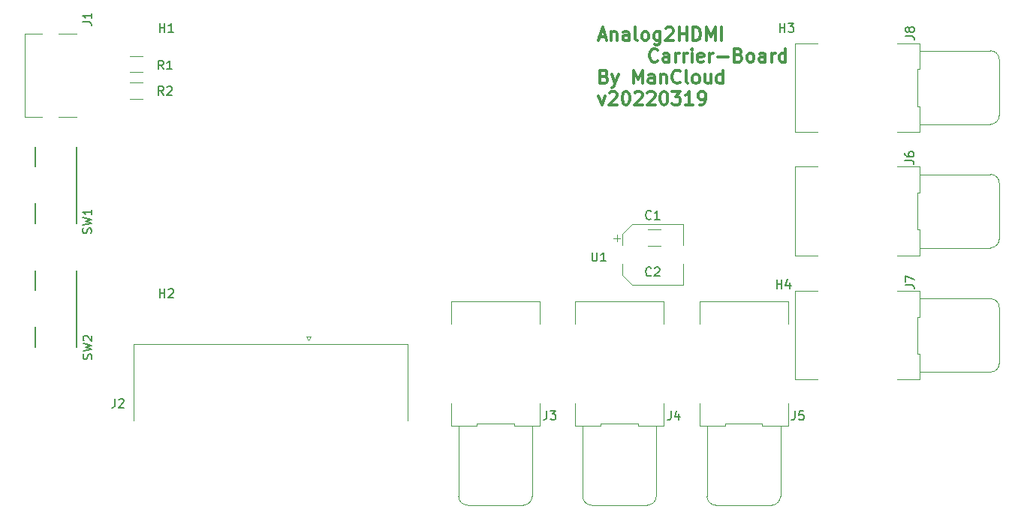
<source format=gbr>
%TF.GenerationSoftware,KiCad,Pcbnew,(6.0.7)*%
%TF.CreationDate,2022-09-12T19:31:41+02:00*%
%TF.ProjectId,Analog2HDMI,416e616c-6f67-4324-9844-4d492e6b6963,rev?*%
%TF.SameCoordinates,Original*%
%TF.FileFunction,Legend,Top*%
%TF.FilePolarity,Positive*%
%FSLAX46Y46*%
G04 Gerber Fmt 4.6, Leading zero omitted, Abs format (unit mm)*
G04 Created by KiCad (PCBNEW (6.0.7)) date 2022-09-12 19:31:41*
%MOMM*%
%LPD*%
G01*
G04 APERTURE LIST*
%ADD10C,0.300000*%
%ADD11C,0.150000*%
%ADD12C,0.120000*%
G04 APERTURE END LIST*
D10*
X163891963Y-56106728D02*
X164606249Y-56106728D01*
X163749106Y-56535299D02*
X164249106Y-55035299D01*
X164749106Y-56535299D01*
X165249106Y-55535299D02*
X165249106Y-56535299D01*
X165249106Y-55678156D02*
X165320534Y-55606728D01*
X165463391Y-55535299D01*
X165677677Y-55535299D01*
X165820534Y-55606728D01*
X165891963Y-55749585D01*
X165891963Y-56535299D01*
X167249106Y-56535299D02*
X167249106Y-55749585D01*
X167177677Y-55606728D01*
X167034820Y-55535299D01*
X166749106Y-55535299D01*
X166606249Y-55606728D01*
X167249106Y-56463870D02*
X167106249Y-56535299D01*
X166749106Y-56535299D01*
X166606249Y-56463870D01*
X166534820Y-56321013D01*
X166534820Y-56178156D01*
X166606249Y-56035299D01*
X166749106Y-55963870D01*
X167106249Y-55963870D01*
X167249106Y-55892442D01*
X168177677Y-56535299D02*
X168034820Y-56463870D01*
X167963391Y-56321013D01*
X167963391Y-55035299D01*
X168963391Y-56535299D02*
X168820534Y-56463870D01*
X168749106Y-56392442D01*
X168677677Y-56249585D01*
X168677677Y-55821013D01*
X168749106Y-55678156D01*
X168820534Y-55606728D01*
X168963391Y-55535299D01*
X169177677Y-55535299D01*
X169320534Y-55606728D01*
X169391963Y-55678156D01*
X169463391Y-55821013D01*
X169463391Y-56249585D01*
X169391963Y-56392442D01*
X169320534Y-56463870D01*
X169177677Y-56535299D01*
X168963391Y-56535299D01*
X170749106Y-55535299D02*
X170749106Y-56749585D01*
X170677677Y-56892442D01*
X170606249Y-56963870D01*
X170463391Y-57035299D01*
X170249106Y-57035299D01*
X170106249Y-56963870D01*
X170749106Y-56463870D02*
X170606249Y-56535299D01*
X170320534Y-56535299D01*
X170177677Y-56463870D01*
X170106249Y-56392442D01*
X170034820Y-56249585D01*
X170034820Y-55821013D01*
X170106249Y-55678156D01*
X170177677Y-55606728D01*
X170320534Y-55535299D01*
X170606249Y-55535299D01*
X170749106Y-55606728D01*
X171391963Y-55178156D02*
X171463391Y-55106728D01*
X171606249Y-55035299D01*
X171963391Y-55035299D01*
X172106249Y-55106728D01*
X172177677Y-55178156D01*
X172249106Y-55321013D01*
X172249106Y-55463870D01*
X172177677Y-55678156D01*
X171320534Y-56535299D01*
X172249106Y-56535299D01*
X172891963Y-56535299D02*
X172891963Y-55035299D01*
X172891963Y-55749585D02*
X173749106Y-55749585D01*
X173749106Y-56535299D02*
X173749106Y-55035299D01*
X174463391Y-56535299D02*
X174463391Y-55035299D01*
X174820534Y-55035299D01*
X175034820Y-55106728D01*
X175177677Y-55249585D01*
X175249106Y-55392442D01*
X175320534Y-55678156D01*
X175320534Y-55892442D01*
X175249106Y-56178156D01*
X175177677Y-56321013D01*
X175034820Y-56463870D01*
X174820534Y-56535299D01*
X174463391Y-56535299D01*
X175963391Y-56535299D02*
X175963391Y-55035299D01*
X176463391Y-56106728D01*
X176963391Y-55035299D01*
X176963391Y-56535299D01*
X177677677Y-56535299D02*
X177677677Y-55035299D01*
X170463391Y-58807442D02*
X170391963Y-58878870D01*
X170177677Y-58950299D01*
X170034820Y-58950299D01*
X169820534Y-58878870D01*
X169677677Y-58736013D01*
X169606249Y-58593156D01*
X169534820Y-58307442D01*
X169534820Y-58093156D01*
X169606249Y-57807442D01*
X169677677Y-57664585D01*
X169820534Y-57521728D01*
X170034820Y-57450299D01*
X170177677Y-57450299D01*
X170391963Y-57521728D01*
X170463391Y-57593156D01*
X171749106Y-58950299D02*
X171749106Y-58164585D01*
X171677677Y-58021728D01*
X171534820Y-57950299D01*
X171249106Y-57950299D01*
X171106249Y-58021728D01*
X171749106Y-58878870D02*
X171606249Y-58950299D01*
X171249106Y-58950299D01*
X171106249Y-58878870D01*
X171034820Y-58736013D01*
X171034820Y-58593156D01*
X171106249Y-58450299D01*
X171249106Y-58378870D01*
X171606249Y-58378870D01*
X171749106Y-58307442D01*
X172463391Y-58950299D02*
X172463391Y-57950299D01*
X172463391Y-58236013D02*
X172534820Y-58093156D01*
X172606249Y-58021728D01*
X172749106Y-57950299D01*
X172891963Y-57950299D01*
X173391963Y-58950299D02*
X173391963Y-57950299D01*
X173391963Y-58236013D02*
X173463391Y-58093156D01*
X173534820Y-58021728D01*
X173677677Y-57950299D01*
X173820534Y-57950299D01*
X174320534Y-58950299D02*
X174320534Y-57950299D01*
X174320534Y-57450299D02*
X174249106Y-57521728D01*
X174320534Y-57593156D01*
X174391963Y-57521728D01*
X174320534Y-57450299D01*
X174320534Y-57593156D01*
X175606249Y-58878870D02*
X175463391Y-58950299D01*
X175177677Y-58950299D01*
X175034820Y-58878870D01*
X174963391Y-58736013D01*
X174963391Y-58164585D01*
X175034820Y-58021728D01*
X175177677Y-57950299D01*
X175463391Y-57950299D01*
X175606249Y-58021728D01*
X175677677Y-58164585D01*
X175677677Y-58307442D01*
X174963391Y-58450299D01*
X176320534Y-58950299D02*
X176320534Y-57950299D01*
X176320534Y-58236013D02*
X176391963Y-58093156D01*
X176463391Y-58021728D01*
X176606249Y-57950299D01*
X176749106Y-57950299D01*
X177249106Y-58378870D02*
X178391963Y-58378870D01*
X179606249Y-58164585D02*
X179820534Y-58236013D01*
X179891963Y-58307442D01*
X179963391Y-58450299D01*
X179963391Y-58664585D01*
X179891963Y-58807442D01*
X179820534Y-58878870D01*
X179677677Y-58950299D01*
X179106249Y-58950299D01*
X179106249Y-57450299D01*
X179606249Y-57450299D01*
X179749106Y-57521728D01*
X179820534Y-57593156D01*
X179891963Y-57736013D01*
X179891963Y-57878870D01*
X179820534Y-58021728D01*
X179749106Y-58093156D01*
X179606249Y-58164585D01*
X179106249Y-58164585D01*
X180820534Y-58950299D02*
X180677677Y-58878870D01*
X180606249Y-58807442D01*
X180534820Y-58664585D01*
X180534820Y-58236013D01*
X180606249Y-58093156D01*
X180677677Y-58021728D01*
X180820534Y-57950299D01*
X181034820Y-57950299D01*
X181177677Y-58021728D01*
X181249106Y-58093156D01*
X181320534Y-58236013D01*
X181320534Y-58664585D01*
X181249106Y-58807442D01*
X181177677Y-58878870D01*
X181034820Y-58950299D01*
X180820534Y-58950299D01*
X182606249Y-58950299D02*
X182606249Y-58164585D01*
X182534820Y-58021728D01*
X182391963Y-57950299D01*
X182106249Y-57950299D01*
X181963391Y-58021728D01*
X182606249Y-58878870D02*
X182463391Y-58950299D01*
X182106249Y-58950299D01*
X181963391Y-58878870D01*
X181891963Y-58736013D01*
X181891963Y-58593156D01*
X181963391Y-58450299D01*
X182106249Y-58378870D01*
X182463391Y-58378870D01*
X182606249Y-58307442D01*
X183320534Y-58950299D02*
X183320534Y-57950299D01*
X183320534Y-58236013D02*
X183391963Y-58093156D01*
X183463391Y-58021728D01*
X183606249Y-57950299D01*
X183749106Y-57950299D01*
X184891963Y-58950299D02*
X184891963Y-57450299D01*
X184891963Y-58878870D02*
X184749106Y-58950299D01*
X184463391Y-58950299D01*
X184320534Y-58878870D01*
X184249106Y-58807442D01*
X184177677Y-58664585D01*
X184177677Y-58236013D01*
X184249106Y-58093156D01*
X184320534Y-58021728D01*
X184463391Y-57950299D01*
X184749106Y-57950299D01*
X184891963Y-58021728D01*
X164463391Y-60579585D02*
X164677677Y-60651013D01*
X164749106Y-60722442D01*
X164820534Y-60865299D01*
X164820534Y-61079585D01*
X164749106Y-61222442D01*
X164677677Y-61293870D01*
X164534820Y-61365299D01*
X163963391Y-61365299D01*
X163963391Y-59865299D01*
X164463391Y-59865299D01*
X164606249Y-59936728D01*
X164677677Y-60008156D01*
X164749106Y-60151013D01*
X164749106Y-60293870D01*
X164677677Y-60436728D01*
X164606249Y-60508156D01*
X164463391Y-60579585D01*
X163963391Y-60579585D01*
X165320534Y-60365299D02*
X165677677Y-61365299D01*
X166034820Y-60365299D02*
X165677677Y-61365299D01*
X165534820Y-61722442D01*
X165463391Y-61793870D01*
X165320534Y-61865299D01*
X167749106Y-61365299D02*
X167749106Y-59865299D01*
X168249106Y-60936728D01*
X168749106Y-59865299D01*
X168749106Y-61365299D01*
X170106249Y-61365299D02*
X170106249Y-60579585D01*
X170034820Y-60436728D01*
X169891963Y-60365299D01*
X169606249Y-60365299D01*
X169463391Y-60436728D01*
X170106249Y-61293870D02*
X169963391Y-61365299D01*
X169606249Y-61365299D01*
X169463391Y-61293870D01*
X169391963Y-61151013D01*
X169391963Y-61008156D01*
X169463391Y-60865299D01*
X169606249Y-60793870D01*
X169963391Y-60793870D01*
X170106249Y-60722442D01*
X170820534Y-60365299D02*
X170820534Y-61365299D01*
X170820534Y-60508156D02*
X170891963Y-60436728D01*
X171034820Y-60365299D01*
X171249106Y-60365299D01*
X171391963Y-60436728D01*
X171463391Y-60579585D01*
X171463391Y-61365299D01*
X173034820Y-61222442D02*
X172963391Y-61293870D01*
X172749106Y-61365299D01*
X172606249Y-61365299D01*
X172391963Y-61293870D01*
X172249106Y-61151013D01*
X172177677Y-61008156D01*
X172106249Y-60722442D01*
X172106249Y-60508156D01*
X172177677Y-60222442D01*
X172249106Y-60079585D01*
X172391963Y-59936728D01*
X172606249Y-59865299D01*
X172749106Y-59865299D01*
X172963391Y-59936728D01*
X173034820Y-60008156D01*
X173891963Y-61365299D02*
X173749106Y-61293870D01*
X173677677Y-61151013D01*
X173677677Y-59865299D01*
X174677677Y-61365299D02*
X174534820Y-61293870D01*
X174463391Y-61222442D01*
X174391963Y-61079585D01*
X174391963Y-60651013D01*
X174463391Y-60508156D01*
X174534820Y-60436728D01*
X174677677Y-60365299D01*
X174891963Y-60365299D01*
X175034820Y-60436728D01*
X175106249Y-60508156D01*
X175177677Y-60651013D01*
X175177677Y-61079585D01*
X175106249Y-61222442D01*
X175034820Y-61293870D01*
X174891963Y-61365299D01*
X174677677Y-61365299D01*
X176463391Y-60365299D02*
X176463391Y-61365299D01*
X175820534Y-60365299D02*
X175820534Y-61151013D01*
X175891963Y-61293870D01*
X176034820Y-61365299D01*
X176249106Y-61365299D01*
X176391963Y-61293870D01*
X176463391Y-61222442D01*
X177820534Y-61365299D02*
X177820534Y-59865299D01*
X177820534Y-61293870D02*
X177677677Y-61365299D01*
X177391963Y-61365299D01*
X177249106Y-61293870D01*
X177177677Y-61222442D01*
X177106249Y-61079585D01*
X177106249Y-60651013D01*
X177177677Y-60508156D01*
X177249106Y-60436728D01*
X177391963Y-60365299D01*
X177677677Y-60365299D01*
X177820534Y-60436728D01*
X163820534Y-62780299D02*
X164177677Y-63780299D01*
X164534820Y-62780299D01*
X165034820Y-62423156D02*
X165106249Y-62351728D01*
X165249106Y-62280299D01*
X165606249Y-62280299D01*
X165749106Y-62351728D01*
X165820534Y-62423156D01*
X165891963Y-62566013D01*
X165891963Y-62708870D01*
X165820534Y-62923156D01*
X164963391Y-63780299D01*
X165891963Y-63780299D01*
X166820534Y-62280299D02*
X166963391Y-62280299D01*
X167106249Y-62351728D01*
X167177677Y-62423156D01*
X167249106Y-62566013D01*
X167320534Y-62851728D01*
X167320534Y-63208870D01*
X167249106Y-63494585D01*
X167177677Y-63637442D01*
X167106249Y-63708870D01*
X166963391Y-63780299D01*
X166820534Y-63780299D01*
X166677677Y-63708870D01*
X166606249Y-63637442D01*
X166534820Y-63494585D01*
X166463391Y-63208870D01*
X166463391Y-62851728D01*
X166534820Y-62566013D01*
X166606249Y-62423156D01*
X166677677Y-62351728D01*
X166820534Y-62280299D01*
X167891963Y-62423156D02*
X167963391Y-62351728D01*
X168106249Y-62280299D01*
X168463391Y-62280299D01*
X168606249Y-62351728D01*
X168677677Y-62423156D01*
X168749106Y-62566013D01*
X168749106Y-62708870D01*
X168677677Y-62923156D01*
X167820534Y-63780299D01*
X168749106Y-63780299D01*
X169320534Y-62423156D02*
X169391963Y-62351728D01*
X169534820Y-62280299D01*
X169891963Y-62280299D01*
X170034820Y-62351728D01*
X170106249Y-62423156D01*
X170177677Y-62566013D01*
X170177677Y-62708870D01*
X170106249Y-62923156D01*
X169249106Y-63780299D01*
X170177677Y-63780299D01*
X171106249Y-62280299D02*
X171249106Y-62280299D01*
X171391963Y-62351728D01*
X171463391Y-62423156D01*
X171534820Y-62566013D01*
X171606249Y-62851728D01*
X171606249Y-63208870D01*
X171534820Y-63494585D01*
X171463391Y-63637442D01*
X171391963Y-63708870D01*
X171249106Y-63780299D01*
X171106249Y-63780299D01*
X170963391Y-63708870D01*
X170891963Y-63637442D01*
X170820534Y-63494585D01*
X170749106Y-63208870D01*
X170749106Y-62851728D01*
X170820534Y-62566013D01*
X170891963Y-62423156D01*
X170963391Y-62351728D01*
X171106249Y-62280299D01*
X172106249Y-62280299D02*
X173034820Y-62280299D01*
X172534820Y-62851728D01*
X172749106Y-62851728D01*
X172891963Y-62923156D01*
X172963391Y-62994585D01*
X173034820Y-63137442D01*
X173034820Y-63494585D01*
X172963391Y-63637442D01*
X172891963Y-63708870D01*
X172749106Y-63780299D01*
X172320534Y-63780299D01*
X172177677Y-63708870D01*
X172106249Y-63637442D01*
X174463391Y-63780299D02*
X173606249Y-63780299D01*
X174034820Y-63780299D02*
X174034820Y-62280299D01*
X173891963Y-62494585D01*
X173749106Y-62637442D01*
X173606249Y-62708870D01*
X175177677Y-63780299D02*
X175463391Y-63780299D01*
X175606249Y-63708870D01*
X175677677Y-63637442D01*
X175820534Y-63423156D01*
X175891963Y-63137442D01*
X175891963Y-62566013D01*
X175820534Y-62423156D01*
X175749106Y-62351728D01*
X175606249Y-62280299D01*
X175320534Y-62280299D01*
X175177677Y-62351728D01*
X175106249Y-62423156D01*
X175034820Y-62566013D01*
X175034820Y-62923156D01*
X175106249Y-63066013D01*
X175177677Y-63137442D01*
X175320534Y-63208870D01*
X175606249Y-63208870D01*
X175749106Y-63137442D01*
X175820534Y-63066013D01*
X175891963Y-62923156D01*
D11*
%TO.C,J1*%
X105624380Y-54435333D02*
X106338666Y-54435333D01*
X106481523Y-54482952D01*
X106576761Y-54578190D01*
X106624380Y-54721047D01*
X106624380Y-54816285D01*
X106624380Y-53435333D02*
X106624380Y-54006761D01*
X106624380Y-53721047D02*
X105624380Y-53721047D01*
X105767238Y-53816285D01*
X105862476Y-53911523D01*
X105910095Y-54006761D01*
%TO.C,SW1*%
X106576761Y-78295333D02*
X106624380Y-78152476D01*
X106624380Y-77914380D01*
X106576761Y-77819142D01*
X106529142Y-77771523D01*
X106433904Y-77723904D01*
X106338666Y-77723904D01*
X106243428Y-77771523D01*
X106195809Y-77819142D01*
X106148190Y-77914380D01*
X106100571Y-78104857D01*
X106052952Y-78200095D01*
X106005333Y-78247714D01*
X105910095Y-78295333D01*
X105814857Y-78295333D01*
X105719619Y-78247714D01*
X105672000Y-78200095D01*
X105624380Y-78104857D01*
X105624380Y-77866761D01*
X105672000Y-77723904D01*
X105624380Y-77390571D02*
X106624380Y-77152476D01*
X105910095Y-76962000D01*
X106624380Y-76771523D01*
X105624380Y-76533428D01*
X106624380Y-75628666D02*
X106624380Y-76200095D01*
X106624380Y-75914380D02*
X105624380Y-75914380D01*
X105767238Y-76009619D01*
X105862476Y-76104857D01*
X105910095Y-76200095D01*
%TO.C,SW2*%
X106620761Y-92519333D02*
X106668380Y-92376476D01*
X106668380Y-92138380D01*
X106620761Y-92043142D01*
X106573142Y-91995523D01*
X106477904Y-91947904D01*
X106382666Y-91947904D01*
X106287428Y-91995523D01*
X106239809Y-92043142D01*
X106192190Y-92138380D01*
X106144571Y-92328857D01*
X106096952Y-92424095D01*
X106049333Y-92471714D01*
X105954095Y-92519333D01*
X105858857Y-92519333D01*
X105763619Y-92471714D01*
X105716000Y-92424095D01*
X105668380Y-92328857D01*
X105668380Y-92090761D01*
X105716000Y-91947904D01*
X105668380Y-91614571D02*
X106668380Y-91376476D01*
X105954095Y-91186000D01*
X106668380Y-90995523D01*
X105668380Y-90757428D01*
X105763619Y-90424095D02*
X105716000Y-90376476D01*
X105668380Y-90281238D01*
X105668380Y-90043142D01*
X105716000Y-89947904D01*
X105763619Y-89900285D01*
X105858857Y-89852666D01*
X105954095Y-89852666D01*
X106096952Y-89900285D01*
X106668380Y-90471714D01*
X106668380Y-89852666D01*
%TO.C,R1*%
X114752082Y-59771608D02*
X114418749Y-59295418D01*
X114180653Y-59771608D02*
X114180653Y-58771608D01*
X114561606Y-58771608D01*
X114656844Y-58819228D01*
X114704463Y-58866847D01*
X114752082Y-58962085D01*
X114752082Y-59104942D01*
X114704463Y-59200180D01*
X114656844Y-59247799D01*
X114561606Y-59295418D01*
X114180653Y-59295418D01*
X115704463Y-59771608D02*
X115133034Y-59771608D01*
X115418749Y-59771608D02*
X115418749Y-58771608D01*
X115323510Y-58914466D01*
X115228272Y-59009704D01*
X115133034Y-59057323D01*
%TO.C,H4*%
X183899344Y-84521608D02*
X183899344Y-83521608D01*
X183899344Y-83997799D02*
X184470772Y-83997799D01*
X184470772Y-84521608D02*
X184470772Y-83521608D01*
X185375534Y-83854942D02*
X185375534Y-84521608D01*
X185137439Y-83473989D02*
X184899344Y-84188275D01*
X185518391Y-84188275D01*
%TO.C,H3*%
X184238095Y-55570380D02*
X184238095Y-54570380D01*
X184238095Y-55046571D02*
X184809523Y-55046571D01*
X184809523Y-55570380D02*
X184809523Y-54570380D01*
X185190476Y-54570380D02*
X185809523Y-54570380D01*
X185476190Y-54951333D01*
X185619047Y-54951333D01*
X185714285Y-54998952D01*
X185761904Y-55046571D01*
X185809523Y-55141809D01*
X185809523Y-55379904D01*
X185761904Y-55475142D01*
X185714285Y-55522761D01*
X185619047Y-55570380D01*
X185333333Y-55570380D01*
X185238095Y-55522761D01*
X185190476Y-55475142D01*
%TO.C,J6*%
X198363629Y-70087561D02*
X199077915Y-70087561D01*
X199220772Y-70135180D01*
X199316010Y-70230418D01*
X199363629Y-70373275D01*
X199363629Y-70468513D01*
X198363629Y-69182799D02*
X198363629Y-69373275D01*
X198411249Y-69468513D01*
X198458868Y-69516132D01*
X198601725Y-69611370D01*
X198792201Y-69658989D01*
X199173153Y-69658989D01*
X199268391Y-69611370D01*
X199316010Y-69563751D01*
X199363629Y-69468513D01*
X199363629Y-69278037D01*
X199316010Y-69182799D01*
X199268391Y-69135180D01*
X199173153Y-69087561D01*
X198935058Y-69087561D01*
X198839820Y-69135180D01*
X198792201Y-69182799D01*
X198744582Y-69278037D01*
X198744582Y-69468513D01*
X198792201Y-69563751D01*
X198839820Y-69611370D01*
X198935058Y-69658989D01*
%TO.C,J8*%
X198413629Y-56012561D02*
X199127915Y-56012561D01*
X199270772Y-56060180D01*
X199366010Y-56155418D01*
X199413629Y-56298275D01*
X199413629Y-56393513D01*
X198842201Y-55393513D02*
X198794582Y-55488751D01*
X198746963Y-55536370D01*
X198651725Y-55583989D01*
X198604106Y-55583989D01*
X198508868Y-55536370D01*
X198461249Y-55488751D01*
X198413629Y-55393513D01*
X198413629Y-55203037D01*
X198461249Y-55107799D01*
X198508868Y-55060180D01*
X198604106Y-55012561D01*
X198651725Y-55012561D01*
X198746963Y-55060180D01*
X198794582Y-55107799D01*
X198842201Y-55203037D01*
X198842201Y-55393513D01*
X198889820Y-55488751D01*
X198937439Y-55536370D01*
X199032677Y-55583989D01*
X199223153Y-55583989D01*
X199318391Y-55536370D01*
X199366010Y-55488751D01*
X199413629Y-55393513D01*
X199413629Y-55203037D01*
X199366010Y-55107799D01*
X199318391Y-55060180D01*
X199223153Y-55012561D01*
X199032677Y-55012561D01*
X198937439Y-55060180D01*
X198889820Y-55107799D01*
X198842201Y-55203037D01*
%TO.C,J7*%
X198413629Y-84137561D02*
X199127915Y-84137561D01*
X199270772Y-84185180D01*
X199366010Y-84280418D01*
X199413629Y-84423275D01*
X199413629Y-84518513D01*
X198413629Y-83756608D02*
X198413629Y-83089942D01*
X199413629Y-83518513D01*
%TO.C,H1*%
X114300095Y-55570380D02*
X114300095Y-54570380D01*
X114300095Y-55046571D02*
X114871523Y-55046571D01*
X114871523Y-55570380D02*
X114871523Y-54570380D01*
X115871523Y-55570380D02*
X115300095Y-55570380D01*
X115585809Y-55570380D02*
X115585809Y-54570380D01*
X115490571Y-54713238D01*
X115395333Y-54808476D01*
X115300095Y-54856095D01*
%TO.C,H2*%
X114300095Y-85542380D02*
X114300095Y-84542380D01*
X114300095Y-85018571D02*
X114871523Y-85018571D01*
X114871523Y-85542380D02*
X114871523Y-84542380D01*
X115300095Y-84637619D02*
X115347714Y-84590000D01*
X115442952Y-84542380D01*
X115681047Y-84542380D01*
X115776285Y-84590000D01*
X115823904Y-84637619D01*
X115871523Y-84732857D01*
X115871523Y-84828095D01*
X115823904Y-84970952D01*
X115252476Y-85542380D01*
X115871523Y-85542380D01*
%TO.C,J5*%
X185952915Y-98381608D02*
X185952915Y-99095894D01*
X185905296Y-99238751D01*
X185810058Y-99333989D01*
X185667201Y-99381608D01*
X185571963Y-99381608D01*
X186905296Y-98381608D02*
X186429106Y-98381608D01*
X186381487Y-98857799D01*
X186429106Y-98810180D01*
X186524344Y-98762561D01*
X186762439Y-98762561D01*
X186857677Y-98810180D01*
X186905296Y-98857799D01*
X186952915Y-98953037D01*
X186952915Y-99191132D01*
X186905296Y-99286370D01*
X186857677Y-99333989D01*
X186762439Y-99381608D01*
X186524344Y-99381608D01*
X186429106Y-99333989D01*
X186381487Y-99286370D01*
%TO.C,J3*%
X157977915Y-98331608D02*
X157977915Y-99045894D01*
X157930296Y-99188751D01*
X157835058Y-99283989D01*
X157692201Y-99331608D01*
X157596963Y-99331608D01*
X158358868Y-98331608D02*
X158977915Y-98331608D01*
X158644582Y-98712561D01*
X158787439Y-98712561D01*
X158882677Y-98760180D01*
X158930296Y-98807799D01*
X158977915Y-98903037D01*
X158977915Y-99141132D01*
X158930296Y-99236370D01*
X158882677Y-99283989D01*
X158787439Y-99331608D01*
X158501725Y-99331608D01*
X158406487Y-99283989D01*
X158358868Y-99236370D01*
%TO.C,U1*%
X163068095Y-80454380D02*
X163068095Y-81263904D01*
X163115714Y-81359142D01*
X163163333Y-81406761D01*
X163258571Y-81454380D01*
X163449047Y-81454380D01*
X163544285Y-81406761D01*
X163591904Y-81359142D01*
X163639523Y-81263904D01*
X163639523Y-80454380D01*
X164639523Y-81454380D02*
X164068095Y-81454380D01*
X164353809Y-81454380D02*
X164353809Y-80454380D01*
X164258571Y-80597238D01*
X164163333Y-80692476D01*
X164068095Y-80740095D01*
%TO.C,J2*%
X109262616Y-96987385D02*
X109262616Y-97701671D01*
X109214997Y-97844528D01*
X109119759Y-97939766D01*
X108976902Y-97987385D01*
X108881664Y-97987385D01*
X109691188Y-97082624D02*
X109738807Y-97035005D01*
X109834045Y-96987385D01*
X110072140Y-96987385D01*
X110167378Y-97035005D01*
X110214997Y-97082624D01*
X110262616Y-97177862D01*
X110262616Y-97273100D01*
X110214997Y-97415957D01*
X109643569Y-97987385D01*
X110262616Y-97987385D01*
%TO.C,J4*%
X171952915Y-98381608D02*
X171952915Y-99095894D01*
X171905296Y-99238751D01*
X171810058Y-99333989D01*
X171667201Y-99381608D01*
X171571963Y-99381608D01*
X172857677Y-98714942D02*
X172857677Y-99381608D01*
X172619582Y-98333989D02*
X172381487Y-99048275D01*
X173000534Y-99048275D01*
%TO.C,C2*%
X169744582Y-83036370D02*
X169696963Y-83083989D01*
X169554106Y-83131608D01*
X169458868Y-83131608D01*
X169316010Y-83083989D01*
X169220772Y-82988751D01*
X169173153Y-82893513D01*
X169125534Y-82703037D01*
X169125534Y-82560180D01*
X169173153Y-82369704D01*
X169220772Y-82274466D01*
X169316010Y-82179228D01*
X169458868Y-82131608D01*
X169554106Y-82131608D01*
X169696963Y-82179228D01*
X169744582Y-82226847D01*
X170125534Y-82226847D02*
X170173153Y-82179228D01*
X170268391Y-82131608D01*
X170506487Y-82131608D01*
X170601725Y-82179228D01*
X170649344Y-82226847D01*
X170696963Y-82322085D01*
X170696963Y-82417323D01*
X170649344Y-82560180D01*
X170077915Y-83131608D01*
X170696963Y-83131608D01*
%TO.C,C1*%
X169744582Y-76636370D02*
X169696963Y-76683989D01*
X169554106Y-76731608D01*
X169458868Y-76731608D01*
X169316010Y-76683989D01*
X169220772Y-76588751D01*
X169173153Y-76493513D01*
X169125534Y-76303037D01*
X169125534Y-76160180D01*
X169173153Y-75969704D01*
X169220772Y-75874466D01*
X169316010Y-75779228D01*
X169458868Y-75731608D01*
X169554106Y-75731608D01*
X169696963Y-75779228D01*
X169744582Y-75826847D01*
X170696963Y-76731608D02*
X170125534Y-76731608D01*
X170411249Y-76731608D02*
X170411249Y-75731608D01*
X170316010Y-75874466D01*
X170220772Y-75969704D01*
X170125534Y-76017323D01*
%TO.C,R2*%
X114744582Y-62681608D02*
X114411249Y-62205418D01*
X114173153Y-62681608D02*
X114173153Y-61681608D01*
X114554106Y-61681608D01*
X114649344Y-61729228D01*
X114696963Y-61776847D01*
X114744582Y-61872085D01*
X114744582Y-62014942D01*
X114696963Y-62110180D01*
X114649344Y-62157799D01*
X114554106Y-62205418D01*
X114173153Y-62205418D01*
X115125534Y-61776847D02*
X115173153Y-61729228D01*
X115268391Y-61681608D01*
X115506487Y-61681608D01*
X115601725Y-61729228D01*
X115649344Y-61776847D01*
X115696963Y-61872085D01*
X115696963Y-61967323D01*
X115649344Y-62110180D01*
X115077915Y-62681608D01*
X115696963Y-62681608D01*
D12*
%TO.C,J1*%
X104910000Y-65135000D02*
X102910000Y-65135000D01*
X104910000Y-55735000D02*
X102910000Y-55735000D01*
X101010000Y-55735000D02*
X99110000Y-55735000D01*
X99110000Y-55735000D02*
X99110000Y-65135000D01*
X101010000Y-65135000D02*
X99110000Y-65135000D01*
D11*
%TO.C,SW1*%
X100316000Y-74866000D02*
X100316000Y-77166000D01*
X100316000Y-68566000D02*
X100316000Y-70766000D01*
X104916000Y-68566000D02*
X104916000Y-77166000D01*
%TO.C,SW2*%
X104916000Y-82536000D02*
X104916000Y-91136000D01*
X100316000Y-82536000D02*
X100316000Y-84736000D01*
X100316000Y-88836000D02*
X100316000Y-91136000D01*
D12*
%TO.C,R1*%
X112388313Y-60089228D02*
X110934185Y-60089228D01*
X112388313Y-58269228D02*
X110934185Y-58269228D01*
%TO.C,J6*%
X200000000Y-70785000D02*
X200000000Y-73685000D01*
X200000000Y-71635000D02*
X208000000Y-71635000D01*
X188500000Y-80785000D02*
X186000000Y-80785000D01*
X200000000Y-70785000D02*
X197500000Y-70785000D01*
X186000000Y-80785000D02*
X186000000Y-70785000D01*
X200000000Y-80785000D02*
X197500000Y-80785000D01*
X209000000Y-72635000D02*
X209000000Y-78935000D01*
X200000000Y-77885000D02*
X200000000Y-80785000D01*
X199750000Y-73685000D02*
X199750000Y-77885000D01*
X188500000Y-70785000D02*
X186000000Y-70785000D01*
X200000000Y-73685000D02*
X199750000Y-73685000D01*
X199750000Y-77885000D02*
X200000000Y-77885000D01*
X200000000Y-79935000D02*
X208000000Y-79935000D01*
X208000000Y-79935000D02*
G75*
G03*
X209000000Y-78935000I0J1000000D01*
G01*
X209000000Y-72635000D02*
G75*
G03*
X208000000Y-71635000I-1000000J0D01*
G01*
%TO.C,J8*%
X209000000Y-58680000D02*
X209000000Y-64980000D01*
X200000000Y-66830000D02*
X197500000Y-66830000D01*
X199750000Y-63930000D02*
X200000000Y-63930000D01*
X200000000Y-65980000D02*
X208000000Y-65980000D01*
X200000000Y-57680000D02*
X208000000Y-57680000D01*
X188500000Y-56830000D02*
X186000000Y-56830000D01*
X188500000Y-66830000D02*
X186000000Y-66830000D01*
X200000000Y-56830000D02*
X197500000Y-56830000D01*
X199750000Y-59730000D02*
X199750000Y-63930000D01*
X186000000Y-66830000D02*
X186000000Y-56830000D01*
X200000000Y-59730000D02*
X199750000Y-59730000D01*
X200000000Y-63930000D02*
X200000000Y-66830000D01*
X200000000Y-56830000D02*
X200000000Y-59730000D01*
X208000000Y-65980000D02*
G75*
G03*
X209000000Y-64980000I0J1000000D01*
G01*
X209000000Y-58680000D02*
G75*
G03*
X208000000Y-57680000I-1000000J0D01*
G01*
%TO.C,J7*%
X199750000Y-91930000D02*
X200000000Y-91930000D01*
X188500000Y-94830000D02*
X186000000Y-94830000D01*
X200000000Y-84830000D02*
X197500000Y-84830000D01*
X200000000Y-91930000D02*
X200000000Y-94830000D01*
X188500000Y-84830000D02*
X186000000Y-84830000D01*
X200000000Y-93980000D02*
X208000000Y-93980000D01*
X199750000Y-87730000D02*
X199750000Y-91930000D01*
X186000000Y-94830000D02*
X186000000Y-84830000D01*
X200000000Y-94830000D02*
X197500000Y-94830000D01*
X200000000Y-87730000D02*
X199750000Y-87730000D01*
X209000000Y-86680000D02*
X209000000Y-92980000D01*
X200000000Y-84830000D02*
X200000000Y-87730000D01*
X200000000Y-85680000D02*
X208000000Y-85680000D01*
X209000000Y-86680000D02*
G75*
G03*
X208000000Y-85680000I-1000000J0D01*
G01*
X208000000Y-93980000D02*
G75*
G03*
X209000000Y-92980000I0J1000000D01*
G01*
%TO.C,J5*%
X175170000Y-88500000D02*
X175170000Y-86000000D01*
X185170000Y-100000000D02*
X185170000Y-97500000D01*
X176020000Y-100000000D02*
X176020000Y-108000000D01*
X175170000Y-100000000D02*
X175170000Y-97500000D01*
X182270000Y-100000000D02*
X182270000Y-99750000D01*
X182270000Y-99750000D02*
X178070000Y-99750000D01*
X175170000Y-86000000D02*
X185170000Y-86000000D01*
X185170000Y-88500000D02*
X185170000Y-86000000D01*
X184320000Y-100000000D02*
X184320000Y-108000000D01*
X178070000Y-99750000D02*
X178070000Y-100000000D01*
X183320000Y-109000000D02*
X177020000Y-109000000D01*
X185170000Y-100000000D02*
X182270000Y-100000000D01*
X178070000Y-100000000D02*
X175170000Y-100000000D01*
X183320000Y-109000000D02*
G75*
G03*
X184320000Y-108000000I0J1000000D01*
G01*
X176020000Y-108000000D02*
G75*
G03*
X177020000Y-109000000I1000000J0D01*
G01*
%TO.C,J3*%
X154270000Y-100000000D02*
X154270000Y-99750000D01*
X150070000Y-99750000D02*
X150070000Y-100000000D01*
X157170000Y-88500000D02*
X157170000Y-86000000D01*
X156320000Y-100000000D02*
X156320000Y-108000000D01*
X148020000Y-100000000D02*
X148020000Y-108000000D01*
X155320000Y-109000000D02*
X149020000Y-109000000D01*
X150070000Y-100000000D02*
X147170000Y-100000000D01*
X154270000Y-99750000D02*
X150070000Y-99750000D01*
X147170000Y-88500000D02*
X147170000Y-86000000D01*
X147170000Y-100000000D02*
X147170000Y-97500000D01*
X157170000Y-100000000D02*
X157170000Y-97500000D01*
X147170000Y-86000000D02*
X157170000Y-86000000D01*
X157170000Y-100000000D02*
X154270000Y-100000000D01*
X148020000Y-108000000D02*
G75*
G03*
X149020000Y-109000000I1000000J0D01*
G01*
X155320000Y-109000000D02*
G75*
G03*
X156320000Y-108000000I0J1000000D01*
G01*
%TO.C,J2*%
X131383950Y-89934667D02*
X131133950Y-90367680D01*
X111333950Y-90829005D02*
X142303950Y-90829005D01*
X130883950Y-89934667D02*
X131383950Y-89934667D01*
X131133950Y-90367680D02*
X130883950Y-89934667D01*
X111333950Y-99429005D02*
X111333950Y-90829005D01*
X142303950Y-90829005D02*
X142303950Y-99429005D01*
%TO.C,J4*%
X162011249Y-100000000D02*
X162011249Y-108000000D01*
X164061249Y-99750000D02*
X164061249Y-100000000D01*
X161161249Y-100000000D02*
X161161249Y-97500000D01*
X161161249Y-86000000D02*
X171161249Y-86000000D01*
X168261249Y-100000000D02*
X168261249Y-99750000D01*
X171161249Y-100000000D02*
X171161249Y-97500000D01*
X171161249Y-100000000D02*
X168261249Y-100000000D01*
X170311249Y-100000000D02*
X170311249Y-108000000D01*
X168261249Y-99750000D02*
X164061249Y-99750000D01*
X171161249Y-88500000D02*
X171161249Y-86000000D01*
X164061249Y-100000000D02*
X161161249Y-100000000D01*
X169311249Y-109000000D02*
X163011249Y-109000000D01*
X161161249Y-88500000D02*
X161161249Y-86000000D01*
X169311249Y-109000000D02*
G75*
G03*
X170311249Y-108000000I0J1000000D01*
G01*
X162011249Y-108000000D02*
G75*
G03*
X163011249Y-109000000I1000000J0D01*
G01*
%TO.C,C2*%
X166501249Y-78333665D02*
X167565686Y-77269228D01*
X166501249Y-78333665D02*
X166501249Y-79619228D01*
X173321249Y-84089228D02*
X173321249Y-81739228D01*
X167565686Y-77269228D02*
X173321249Y-77269228D01*
X165473749Y-78831728D02*
X166261249Y-78831728D01*
X165867499Y-78437978D02*
X165867499Y-79225478D01*
X166501249Y-83024791D02*
X166501249Y-81739228D01*
X166501249Y-83024791D02*
X167565686Y-84089228D01*
X173321249Y-77269228D02*
X173321249Y-79619228D01*
X167565686Y-84089228D02*
X173321249Y-84089228D01*
%TO.C,C1*%
X169399997Y-79689228D02*
X170822501Y-79689228D01*
X169399997Y-77869228D02*
X170822501Y-77869228D01*
%TO.C,R2*%
X112388313Y-63089228D02*
X110934185Y-63089228D01*
X112388313Y-61269228D02*
X110934185Y-61269228D01*
%TD*%
M02*

</source>
